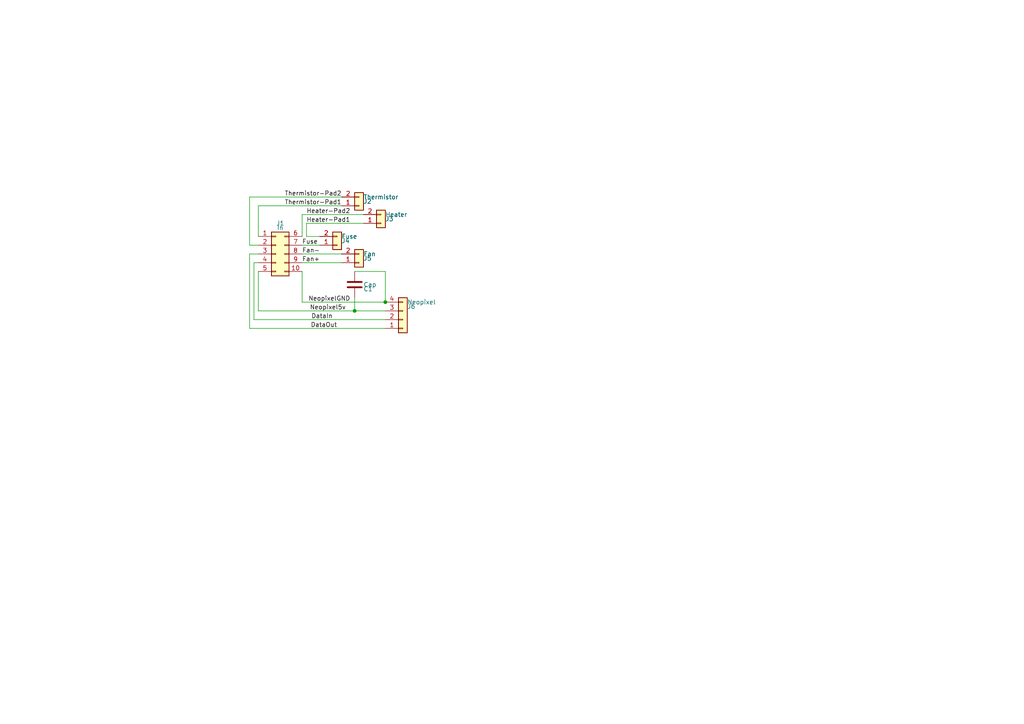
<source format=kicad_sch>
(kicad_sch (version 20230121) (generator eeschema)
  (paper "A4")
  (lib_symbols
    (symbol "Connector_Generic:Conn_01x02" (pin_names (offset 1.016) hide)
      (property "Reference" "J" (at 0 2.54 0))
      (property "Value" "Conn_01x02" (at 0 -5.08 0))
      (symbol "Conn_01x02_1_1"
        (rectangle (start -1.27 -2.413) (end 0 -2.667) (stroke (width 0.1524)))
        (rectangle (start -1.27 0.127) (end 0 -0.127) (stroke (width 0.1524)))
        (rectangle (start -1.27 1.27) (end 1.27 -3.81) (stroke (width 0.254)) (fill (type background)))
        (pin passive line (at -5.08 0 0) (length 3.81) (name "Pin_1") (number "1"))
        (pin passive line (at -5.08 -2.54 0) (length 3.81) (name "Pin_2") (number "2"))
      )
    )
    (symbol "Connector_Generic:Conn_01x04" (pin_names (offset 1.016) hide)
      (property "Reference" "J" (at 0 5.08 0))
      (property "Value" "Conn_01x04" (at 0 -7.62 0))
      (symbol "Conn_01x04_1_1"
        (rectangle (start -1.27 -4.953) (end 0 -5.207) (stroke (width 0.1524)))
        (rectangle (start -1.27 -2.413) (end 0 -2.667) (stroke (width 0.1524)))
        (rectangle (start -1.27 0.127) (end 0 -0.127) (stroke (width 0.1524)))
        (rectangle (start -1.27 2.667) (end 0 2.413) (stroke (width 0.1524)))
        (rectangle (start -1.27 3.81) (end 1.27 -6.35) (stroke (width 0.254)) (fill (type background)))
        (pin passive line (at -5.08 2.54 0) (length 3.81) (name "Pin_1") (number "1"))
        (pin passive line (at -5.08 0 0) (length 3.81) (name "Pin_2") (number "2"))
        (pin passive line (at -5.08 -2.54 0) (length 3.81) (name "Pin_3") (number "3"))
        (pin passive line (at -5.08 -5.08 0) (length 3.81) (name "Pin_4") (number "4"))
      )
    )
    (symbol "Connector_Generic:Conn_02x05_Top_Bottom" (pin_names (offset 1.016) hide)
      (property "Reference" "J" (at 1.27 7.62 0))
      (property "Value" "Conn_02x05_Top_Bottom" (at 1.27 -7.62 0))
      (symbol "Conn_02x05_Top_Bottom_1_1"
        (rectangle (start -1.27 -4.953) (end 0 -5.207) (stroke (width 0.1524)))
        (rectangle (start -1.27 -2.413) (end 0 -2.667) (stroke (width 0.1524)))
        (rectangle (start -1.27 0.127) (end 0 -0.127) (stroke (width 0.1524)))
        (rectangle (start -1.27 2.667) (end 0 2.413) (stroke (width 0.1524)))
        (rectangle (start -1.27 5.207) (end 0 4.953) (stroke (width 0.1524)))
        (rectangle (start -1.27 6.35) (end 3.81 -6.35) (stroke (width 0.254)) (fill (type background)))
        (rectangle (start 3.81 -4.953) (end 2.54 -5.207) (stroke (width 0.1524)))
        (rectangle (start 3.81 -2.413) (end 2.54 -2.667) (stroke (width 0.1524)))
        (rectangle (start 3.81 0.127) (end 2.54 -0.127) (stroke (width 0.1524)))
        (rectangle (start 3.81 2.667) (end 2.54 2.413) (stroke (width 0.1524)))
        (rectangle (start 3.81 5.207) (end 2.54 4.953) (stroke (width 0.1524)))
        (pin passive line (at -5.08 5.08 0) (length 3.81) (name "Pin_1") (number "1"))
        (pin passive line (at 7.62 -5.08 180) (length 3.81) (name "Pin_10") (number "10"))
        (pin passive line (at -5.08 2.54 0) (length 3.81) (name "Pin_2") (number "2"))
        (pin passive line (at -5.08 0 0) (length 3.81) (name "Pin_3") (number "3"))
        (pin passive line (at -5.08 -2.54 0) (length 3.81) (name "Pin_4") (number "4"))
        (pin passive line (at -5.08 -5.08 0) (length 3.81) (name "Pin_5") (number "5"))
        (pin passive line (at 7.62 5.08 180) (length 3.81) (name "Pin_6") (number "6"))
        (pin passive line (at 7.62 2.54 180) (length 3.81) (name "Pin_7") (number "7"))
        (pin passive line (at 7.62 0 180) (length 3.81) (name "Pin_8") (number "8"))
        (pin passive line (at 7.62 -2.54 180) (length 3.81) (name "Pin_9") (number "9"))
      )
    )
    (symbol "Device:C" (pin_numbers hide) (pin_names (offset 0.254))
      (property "Reference" "C" (at 0.635 2.54 0))
      (property "Value" "C" (at 0.635 -2.54 0))
      (symbol "C_0_1"
        (polyline (pts (xy -2.032 -0.762) (xy 2.032 -0.762)) (stroke (width 0.508)))
        (polyline (pts (xy -2.032 0.762) (xy 2.032 0.762)) (stroke (width 0.508)))
      )
      (symbol "C_1_1"
        (pin passive line (at 0 3.81 270) (length 2.794) (name "~") (number "1"))
        (pin passive line (at 0 -3.81 90) (length 2.794) (name "~") (number "2"))
      )
    )
  )
  (junction (at 102.87 90.17))
  (junction (at 111.76 87.63))
  (wire (pts (xy 74.93 59.69) (xy 99.06 59.69)))
  (wire (pts (xy 72.39 71.12) (xy 74.93 71.12)))
  (wire (pts (xy 88.9 64.77) (xy 88.9 68.58)))
  (wire (pts (xy 87.63 87.63) (xy 111.76 87.63)))
  (wire (pts (xy 102.87 90.17) (xy 111.76 90.17)))
  (wire (pts (xy 87.63 71.12) (xy 92.71 71.12)))
  (wire (pts (xy 73.66 76.2) (xy 73.66 92.71)))
  (wire (pts (xy 87.63 73.66) (xy 99.06 73.66)))
  (wire (pts (xy 73.66 92.71) (xy 111.76 92.71)))
  (wire (pts (xy 72.39 57.15) (xy 99.06 57.15)))
  (wire (pts (xy 111.76 78.74) (xy 111.76 87.63)))
  (wire (pts (xy 87.63 62.23) (xy 105.41 62.23)))
  (wire (pts (xy 74.93 90.17) (xy 74.93 78.74)))
  (wire (pts (xy 72.39 73.66) (xy 74.93 73.66)))
  (wire (pts (xy 74.93 68.58) (xy 74.93 59.69)))
  (wire (pts (xy 72.39 95.25) (xy 111.76 95.25)))
  (wire (pts (xy 88.9 68.58) (xy 92.71 68.58)))
  (wire (pts (xy 87.63 78.74) (xy 87.63 87.63)))
  (wire (pts (xy 73.66 76.2) (xy 74.93 76.2)))
  (wire (pts (xy 87.63 76.2) (xy 99.06 76.2)))
  (wire (pts (xy 72.39 57.15) (xy 72.39 71.12)))
  (wire (pts (xy 72.39 95.25) (xy 72.39 73.66)))
  (wire (pts (xy 111.76 78.74) (xy 102.87 78.74)))
  (wire (pts (xy 87.63 62.23) (xy 87.63 68.58)))
  (wire (pts (xy 88.9 64.77) (xy 105.41 64.77)))
  (wire (pts (xy 102.87 90.17) (xy 102.87 86.36)))
  (wire (pts (xy 74.93 90.17) (xy 102.87 90.17)))
  (label "Thermistor-Pad1" (at 99.06 59.69 180))
  (label "NeopixelGND" (at 101.6 87.63 180))
  (label "Fan+" (at 87.63 76.2 0))
  (label "DataOut" (at 97.79 95.25 180))
  (label "DataIn" (at 96.52 92.71 180))
  (label "Fan-" (at 87.63 73.66 0))
  (label "Heater-Pad2" (at 101.6 62.23 180))
  (label "Neopixel5v" (at 100.33 90.17 180))
  (label "Heater-Pad1" (at 101.6 64.77 180))
  (label "Fuse" (at 87.63 71.12 0))
  (label "Thermistor-Pad2" (at 99.06 57.15 180))
  (symbol (lib_id "Connector_Generic:Conn_01x02") (at 97.79 71.12 0) (mirror x) (unit 1)
    (property "Reference" "J4" (at 99.06 69.85 0) (effects (justify left)))
    (property "Value" "Fuse" (at 99.06 68.58 0) (effects (justify left)))
    (property "Footprint" "Connector_JST:JST_XH_B2B-XH-A_1x02_P2.50mm_Vertical" (effects hide))
  )
  (symbol (lib_id "Device:C") (at 102.87 82.55 0) (mirror x) (unit 1)
    (property "Reference" "C1" (at 105.41 83.82 0) (effects (justify left)))
    (property "Value" "Cap" (at 105.41 82.55 0) (effects (justify left)))
    (property "Footprint" "Capacitor_SMD:C_0805_2012Metric_Pad1.18x1.45mm_HandSolder" (effects hide))
  )
  (symbol (lib_id "Connector_Generic:Conn_01x02") (at 104.14 76.2 0) (mirror x) (unit 1)
    (property "Reference" "J5" (at 105.41 74.93 0) (effects (justify left)))
    (property "Value" "Fan" (at 105.41 73.66 0) (effects (justify left)))
    (property "Footprint" "Connector_JST:JST_XH_B2B-XH-A_1x02_P2.50mm_Vertical" (effects hide))
  )
  (symbol (lib_id "Connector_Generic:Conn_01x04") (at 116.84 92.71 0) (mirror x) (unit 1)
    (property "Reference" "J6" (at 118.11 88.9 0) (effects (justify left)))
    (property "Value" "Neopixel" (at 118.11 87.63 0) (effects (justify left)))
    (property "Footprint" "Connector_JST:JST_XH_B4B-XH-A_1x04_P2.50mm_Vertical" (effects hide))
  )
  (symbol (lib_id "Connector_Generic:Conn_01x02") (at 104.14 59.69 0) (mirror x) (unit 1)
    (property "Reference" "J2" (at 105.41 58.42 0) (effects (justify left)))
    (property "Value" "Thermistor" (at 105.41 57.15 0) (effects (justify left)))
    (property "Footprint" "Connector_JST:JST_XH_B2B-XH-A_1x02_P2.50mm_Vertical" (effects hide))
  )
  (symbol (lib_id "Connector_Generic:Conn_02x05_Top_Bottom") (at 80.01 73.66 0) (unit 1)
    (property "Reference" "J1" (at 81.28 64.77 0))
    (property "Value" "In" (at 81.28 66.04 0))
    (property "Footprint" "KiriPCB:Molex_Micro-Fit_3.0_43045-1000_2x05_P3.00mm_Horizontal" (effects hide))
  )
  (symbol (lib_id "Connector_Generic:Conn_01x02") (at 110.49 64.77 0) (mirror x) (unit 1)
    (property "Reference" "J3" (at 111.76 63.5 0) (effects (justify left)))
    (property "Value" "Heater" (at 111.76 62.23 0) (effects (justify left)))
    (property "Footprint" "Connector_JST:JST_XH_B2B-XH-A_1x02_P2.50mm_Vertical" (effects hide))
  )
)
</source>
